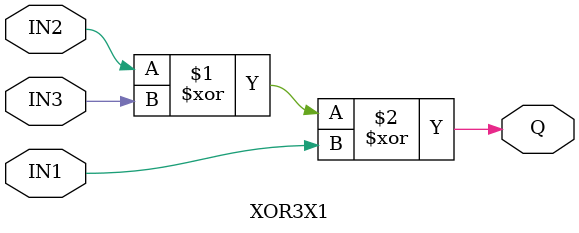
<source format=v>
`timescale 1ns/1ps
`celldefine
module XOR3X1 (IN1, IN2, IN3, Q);
input IN1;
input IN2;
input IN3;
output Q;

xor U0 (Q, IN2, IN3, IN1);

specify
specparam
tdelay_IN1_Q_01_0=0.01,
tdelay_IN1_Q_10_0=0.01,
tdelay_IN2_Q_01_0=0.01,
tdelay_IN2_Q_10_0=0.01,
tdelay_IN3_Q_01_0=0.01,
tdelay_IN3_Q_10_0=0.01;

(IN1 => Q)=(tdelay_IN1_Q_01_0, tdelay_IN1_Q_10_0);
(IN2 => Q)=(tdelay_IN2_Q_01_0, tdelay_IN2_Q_10_0);
(IN3 => Q)=(tdelay_IN3_Q_01_0, tdelay_IN3_Q_10_0);
endspecify
endmodule
`endcelldefine

</source>
